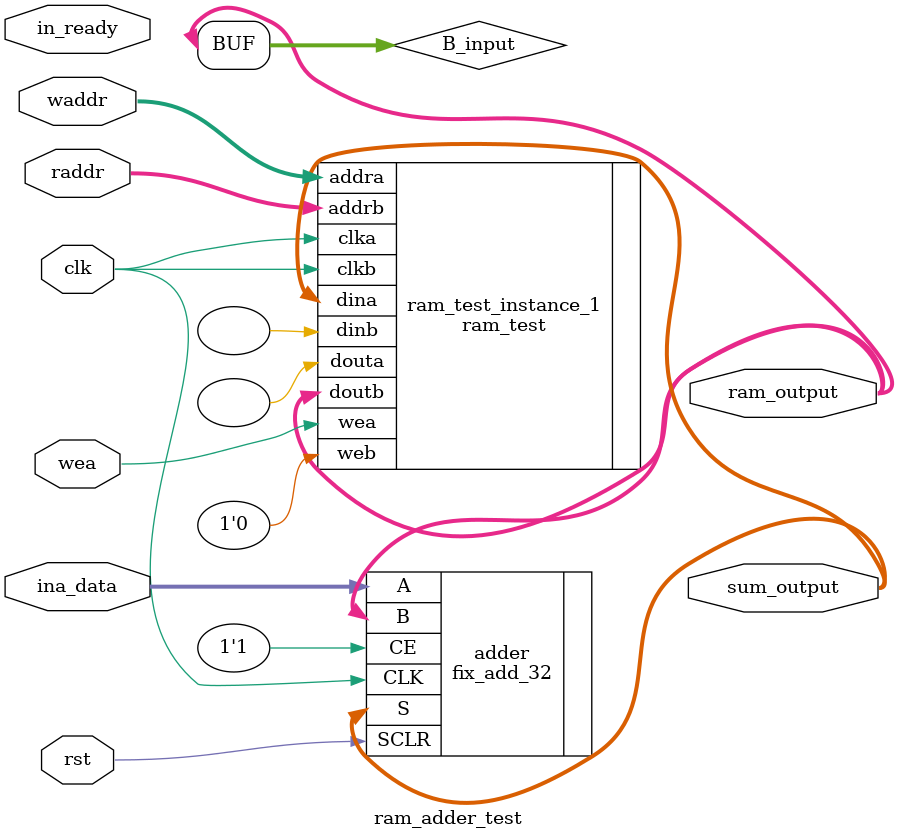
<source format=v>
`timescale 1ns / 1ps


module ram_adder_test(
    input wire clk,           // Clock signal
    input wire rst,         // Rst signal
    input wire [31:0] ina_data,// Input data to be added
    input wire in_ready,      // Signal indicating if input data is ready
    input wire wea,
    input wire [4:0] waddr,
    input wire [4:0] raddr,
    output wire [31:0] ram_output,  // Output data from the memory (not used in this specific module)
    output wire [31:0] sum_output
    );
    wire [31:0] B_input;
    assign B_input = ram_output;// (!in_ready|first)? 15'b0 : ram_output;
    // Instance of the fixed-point adder
    fix_add_32 adder (
        .A(ina_data),
        .B(B_input),
        .CLK(clk),
        .CE(1'b1),
        .SCLR(rst),
        .S(sum_output)
    );

    ram_test ram_test_instance_1 (
        .clka(clk),    // input wire clka
        .wea(wea),      // input wire [0 : 0] wea
        .addra(waddr),  // input wire [4 : 0] addra
        .dina(sum_output),    // input wire [31 : 0] dina
        .douta(),  // output wire [31 : 0] douta
        .clkb(clk),    // input wire clkb
        .web(1'b0),      // input wire [0 : 0] web
        .addrb(raddr),  // input wire [4 : 0] addrb
        .dinb(),    // input wire [31 : 0] dinb
        .doutb(ram_output)  // output wire [31 : 0] doutb
    );

endmodule

</source>
